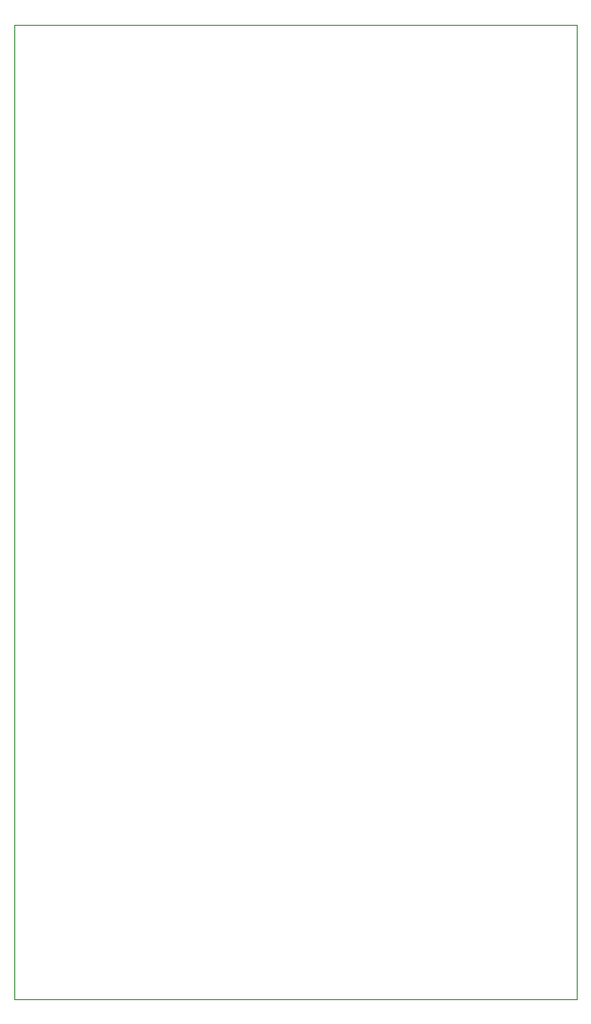
<source format=gbr>
G04 #@! TF.GenerationSoftware,KiCad,Pcbnew,5.1.5-52549c5~84~ubuntu18.04.1*
G04 #@! TF.CreationDate,2019-12-06T09:50:21+01:00*
G04 #@! TF.ProjectId,esp8266_temperature_iot,65737038-3236-4365-9f74-656d70657261,rev?*
G04 #@! TF.SameCoordinates,Original*
G04 #@! TF.FileFunction,Profile,NP*
%FSLAX46Y46*%
G04 Gerber Fmt 4.6, Leading zero omitted, Abs format (unit mm)*
G04 Created by KiCad (PCBNEW 5.1.5-52549c5~84~ubuntu18.04.1) date 2019-12-06 09:50:21*
%MOMM*%
%LPD*%
G04 APERTURE LIST*
%ADD10C,0.001000*%
G04 APERTURE END LIST*
D10*
X51200000Y-170250000D02*
X51200000Y-83750000D01*
X101200000Y-83750000D02*
X101200000Y-170250000D01*
X51200000Y-170250000D02*
X101200000Y-170250000D01*
X51200000Y-83750000D02*
X101200000Y-83750000D01*
M02*

</source>
